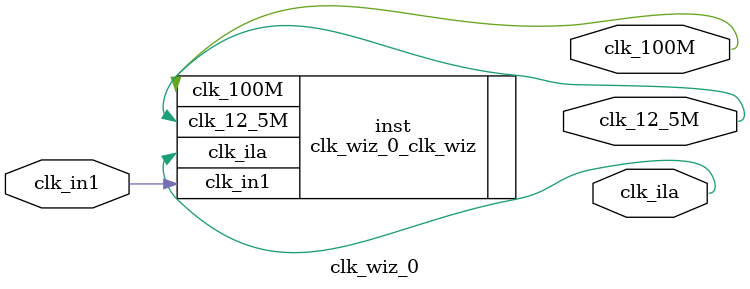
<source format=v>


`timescale 1ps/1ps

(* CORE_GENERATION_INFO = "clk_wiz_0,clk_wiz_v6_0_4_0_0,{component_name=clk_wiz_0,use_phase_alignment=true,use_min_o_jitter=false,use_max_i_jitter=false,use_dyn_phase_shift=false,use_inclk_switchover=false,use_dyn_reconfig=false,enable_axi=0,feedback_source=FDBK_AUTO,PRIMITIVE=MMCM,num_out_clk=3,clkin1_period=10.000,clkin2_period=10.000,use_power_down=false,use_reset=false,use_locked=false,use_inclk_stopped=false,feedback_type=SINGLE,CLOCK_MGR_TYPE=NA,manual_override=false}" *)

module clk_wiz_0 
 (
  // Clock out ports
  output        clk_100M,
  output        clk_12_5M,
  output        clk_ila,
 // Clock in ports
  input         clk_in1
 );

  clk_wiz_0_clk_wiz inst
  (
  // Clock out ports  
  .clk_100M(clk_100M),
  .clk_12_5M(clk_12_5M),
  .clk_ila(clk_ila),
 // Clock in ports
  .clk_in1(clk_in1)
  );

endmodule

</source>
